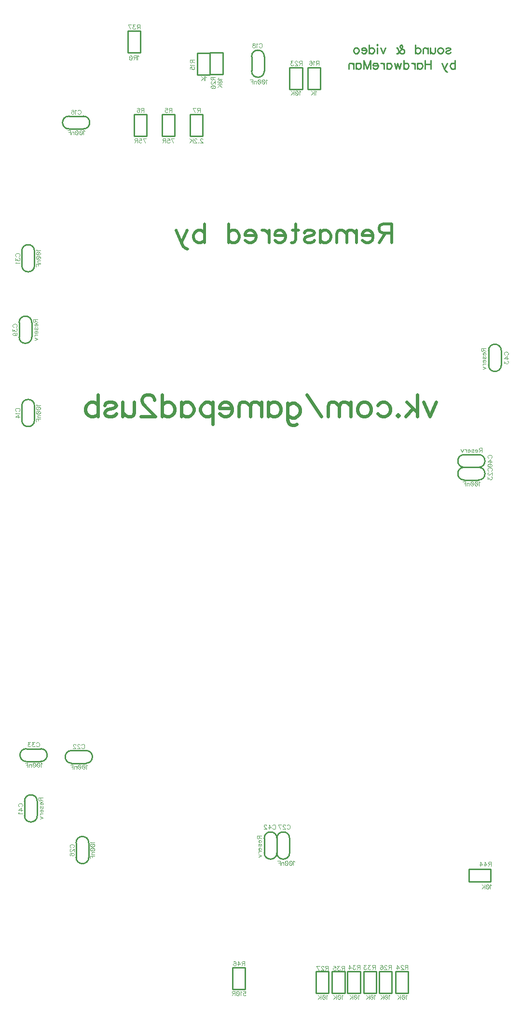
<source format=gbo>
G04 DipTrace 3.3.1.3*
G04 bottom_silk_dendy_junior_MG-02_rev_2.2.gbo*
%MOMM*%
G04 #@! TF.FileFunction,Legend,Bot*
G04 #@! TF.Part,Single*
%ADD10C,0.25*%
%ADD120C,0.11765*%
%ADD122C,0.23529*%
%ADD125C,0.58824*%
%ADD128C,0.5098*%
%FSLAX35Y35*%
G04*
G71*
G90*
G75*
G01*
G04 BotSilk*
%LPD*%
X1714438Y11621233D2*
D10*
Y11367201D1*
X1492188Y11621233D2*
Y11367201D1*
X1714438D2*
G02X1492188Y11367201I-111125J16D01*
G01*
Y11621233D2*
G02X1714438Y11621233I111125J-16D01*
G01*
X2318021Y16702012D2*
X2572053D1*
X2318021Y16479762D2*
X2572053D1*
Y16702012D2*
G02X2572053Y16479762I-16J-111125D01*
G01*
X2318021D2*
G02X2318021Y16702012I16J111125D01*
G01*
X5524862Y17495594D2*
Y17749626D1*
X5747112Y17495594D2*
Y17749626D1*
X5524862D2*
G02X5747112Y17749626I111125J-16D01*
G01*
Y17495594D2*
G02X5524862Y17495594I-111125J16D01*
G01*
X2365651Y5572468D2*
X2619683D1*
X2365651Y5350218D2*
X2619683D1*
Y5572468D2*
G02X2619683Y5350218I-16J-111125D01*
G01*
X2365651D2*
G02X2365651Y5572468I16J111125D01*
G01*
X9509896Y10319355D2*
X9255864D1*
X9509896Y10541605D2*
X9255864D1*
Y10319355D2*
G02X9255864Y10541605I16J111125D01*
G01*
X9509896D2*
G02X9509896Y10319355I-16J-111125D01*
G01*
X2444788Y3699291D2*
Y3953323D1*
X2667038Y3699291D2*
Y3953323D1*
X2444788D2*
G02X2667038Y3953323I111125J-16D01*
G01*
Y3699291D2*
G02X2444788Y3699291I-111125J16D01*
G01*
X5969408Y3778674D2*
Y4032706D1*
X6191658Y3778674D2*
Y4032706D1*
X5969408D2*
G02X6191658Y4032706I111125J-16D01*
G01*
Y3778674D2*
G02X5969408Y3778674I-111125J16D01*
G01*
X1492188Y14082631D2*
Y14336663D1*
X1714438Y14082631D2*
Y14336663D1*
X1492188D2*
G02X1714438Y14336663I111125J-16D01*
G01*
Y14082631D2*
G02X1492188Y14082631I-111125J16D01*
G01*
X1825329Y5381972D2*
X1571297D1*
X1825329Y5604222D2*
X1571297D1*
Y5381972D2*
G02X1571297Y5604222I16J111125D01*
G01*
X1825329D2*
G02X1825329Y5381972I-16J-111125D01*
G01*
X1666808Y13082406D2*
Y12828374D1*
X1444558Y13082406D2*
Y12828374D1*
X1666808D2*
G02X1444558Y12828374I-111125J16D01*
G01*
Y13082406D2*
G02X1666808Y13082406I111125J-16D01*
G01*
X9509636Y10541888D2*
X9255604D1*
X9509636Y10764138D2*
X9255604D1*
Y10541888D2*
G02X9255604Y10764138I16J111125D01*
G01*
X9509636D2*
G02X9509636Y10541888I-16J-111125D01*
G01*
X1539818Y4429617D2*
Y4683649D1*
X1762068Y4429617D2*
Y4683649D1*
X1539818D2*
G02X1762068Y4683649I111125J-16D01*
G01*
Y4429617D2*
G02X1539818Y4429617I-111125J16D01*
G01*
X5747135Y3778674D2*
Y4032706D1*
X5969385Y3778674D2*
Y4032706D1*
X5747135D2*
G02X5969385Y4032706I111125J-16D01*
G01*
Y3778674D2*
G02X5747135Y3778674I-111125J16D01*
G01*
X9906798Y12589709D2*
Y12335677D1*
X9684548Y12589709D2*
Y12335677D1*
X9906798D2*
G02X9684548Y12335677I-111125J16D01*
G01*
Y12589709D2*
G02X9906798Y12589709I111125J-16D01*
G01*
X3953072Y16734017D2*
X4175322D1*
Y16353017D1*
X3953072D1*
Y16734017D1*
X3460895Y16734537D2*
X3683145D1*
Y16353537D1*
X3460895D1*
Y16734537D1*
X4445248Y16734017D2*
X4667498D1*
Y16353017D1*
X4445248D1*
Y16734017D1*
X4794512Y17432110D2*
X4572262D1*
Y17813110D1*
X4794512D1*
Y17432110D1*
X6731465Y17178083D2*
X6509215D1*
Y17559083D1*
X6731465D1*
Y17178083D1*
X4794535Y17813630D2*
X5016785D1*
Y17432630D1*
X4794535D1*
Y17813630D1*
X6191682Y17559603D2*
X6413932D1*
Y17178603D1*
X6191682D1*
Y17559603D1*
X8271502Y1317293D2*
X8049252D1*
Y1698293D1*
X8271502D1*
Y1317293D1*
X7985722D2*
X7763472D1*
Y1698293D1*
X7985722D1*
Y1317293D1*
X6874355Y1317813D2*
X6652105D1*
Y1698813D1*
X6874355D1*
Y1317813D1*
X7715818Y1317293D2*
X7493568D1*
Y1698293D1*
X7715818D1*
Y1317293D1*
X7430038D2*
X7207788D1*
Y1698293D1*
X7430038D1*
Y1317293D1*
X7160135D2*
X6937885D1*
Y1698293D1*
X7160135D1*
Y1317293D1*
X3349758Y18194670D2*
X3572008D1*
Y17813670D1*
X3349758D1*
Y18194670D1*
X9716530Y3492625D2*
X9335530D1*
Y3270375D1*
X9716530D1*
Y3492625D1*
X5413962Y1381060D2*
X5191712D1*
Y1762060D1*
X5413962D1*
Y1381060D1*
X1398790Y11526885D2*
D120*
X1391547Y11530507D1*
X1384218Y11537835D1*
X1380597Y11545079D1*
Y11559651D1*
X1384218Y11566979D1*
X1391547Y11574223D1*
X1398790Y11577929D1*
X1409740Y11581551D1*
X1428018D1*
X1438884Y11577929D1*
X1446212Y11574223D1*
X1453456Y11566979D1*
X1457162Y11559651D1*
Y11545079D1*
X1453456Y11537835D1*
X1446212Y11530507D1*
X1438884Y11526885D1*
X1395253Y11503356D2*
X1391547Y11496028D1*
X1380681Y11485078D1*
X1457162D1*
Y11425077D2*
X1380681D1*
X1431640Y11461548D1*
Y11406883D1*
X1754940Y11645216D2*
X1751233Y11637888D1*
X1740368Y11626938D1*
X1816849D1*
X1740368Y11581509D2*
X1743990Y11592459D1*
X1754940Y11599787D1*
X1773133Y11603409D1*
X1784083D1*
X1802277Y11599787D1*
X1813227Y11592459D1*
X1816849Y11581509D1*
Y11574265D1*
X1813227Y11563315D1*
X1802277Y11556071D1*
X1784083Y11552365D1*
X1773133D1*
X1754940Y11556071D1*
X1743990Y11563315D1*
X1740368Y11574265D1*
Y11581509D1*
X1754940Y11556071D2*
X1802277Y11599787D1*
X1740368Y11506936D2*
X1743990Y11517886D1*
X1754940Y11525214D1*
X1773133Y11528836D1*
X1784083D1*
X1802277Y11525214D1*
X1813227Y11517886D1*
X1816849Y11506936D1*
Y11499692D1*
X1813227Y11488742D1*
X1802277Y11481498D1*
X1784084Y11477792D1*
X1773134D1*
X1754940Y11481498D1*
X1743990Y11488742D1*
X1740368Y11499692D1*
Y11506936D1*
X1754940Y11481498D2*
X1802277Y11525214D1*
X1765805Y11454262D2*
X1816849D1*
X1780377D2*
X1769427Y11443312D1*
X1765805Y11435984D1*
Y11425119D1*
X1769427Y11417791D1*
X1780377Y11414169D1*
X1816849Y11414168D1*
X1740283Y11343217D2*
X1740284Y11390639D1*
X1816849D1*
X1776755D2*
Y11361495D1*
X2474041Y16795410D2*
X2477663Y16802654D1*
X2484991Y16809982D1*
X2492235Y16813604D1*
X2506807D1*
X2514135Y16809982D1*
X2521379Y16802654D1*
X2525085Y16795410D1*
X2528707Y16784460D1*
Y16766182D1*
X2525085Y16755316D1*
X2521379Y16747988D1*
X2514135Y16740744D1*
X2506807Y16737038D1*
X2492235D1*
X2484991Y16740744D1*
X2477663Y16747988D1*
X2474041Y16755316D1*
X2450512Y16798947D2*
X2443184Y16802654D1*
X2432234Y16813519D1*
Y16737038D1*
X2364988Y16802654D2*
X2368610Y16809897D1*
X2379560Y16813519D1*
X2386804D1*
X2397754Y16809897D1*
X2405082Y16798947D1*
X2408704Y16780754D1*
Y16762560D1*
X2405082Y16747988D1*
X2397754Y16740660D1*
X2386804Y16737038D1*
X2383182D1*
X2372316Y16740660D1*
X2364988Y16747988D1*
X2361366Y16758938D1*
Y16762560D1*
X2364988Y16773510D1*
X2372316Y16780754D1*
X2383182Y16784376D1*
X2386804D1*
X2397754Y16780754D1*
X2405082Y16773510D1*
X2408704Y16762560D1*
X2596036Y16439260D2*
X2588708Y16442967D1*
X2577758Y16453832D1*
Y16377351D1*
X2532329Y16453832D2*
X2543279Y16450210D1*
X2550607Y16439260D1*
X2554229Y16421067D1*
Y16410117D1*
X2550607Y16391923D1*
X2543279Y16380973D1*
X2532329Y16377351D1*
X2525085D1*
X2514135Y16380973D1*
X2506891Y16391923D1*
X2503185Y16410117D1*
Y16421067D1*
X2506891Y16439260D1*
X2514135Y16450210D1*
X2525085Y16453832D1*
X2532329D1*
X2506891Y16439260D2*
X2550607Y16391923D1*
X2457756Y16453832D2*
X2468706Y16450210D1*
X2476034Y16439260D1*
X2479656Y16421067D1*
Y16410117D1*
X2476034Y16391923D1*
X2468706Y16380973D1*
X2457756Y16377351D1*
X2450512D1*
X2439562Y16380973D1*
X2432318Y16391923D1*
X2428612Y16410117D1*
Y16421067D1*
X2432318Y16439260D1*
X2439562Y16450210D1*
X2450512Y16453832D1*
X2457756D1*
X2432318Y16439260D2*
X2476034Y16391923D1*
X2405082Y16428395D2*
Y16377351D1*
Y16413823D2*
X2394132Y16424773D1*
X2386804Y16428395D1*
X2375938D1*
X2368610Y16424773D1*
X2364988Y16413823D1*
Y16377351D1*
X2294037Y16453917D2*
X2341459D1*
Y16377351D1*
Y16417445D2*
X2312315D1*
X5655309Y17964626D2*
X5658931Y17971870D1*
X5666259Y17979198D1*
X5673503Y17982820D1*
X5688074D1*
X5695403Y17979198D1*
X5702646Y17971870D1*
X5706353Y17964626D1*
X5709974Y17953676D1*
Y17935398D1*
X5706353Y17924533D1*
X5702646Y17917205D1*
X5695403Y17909961D1*
X5688074Y17906255D1*
X5673503D1*
X5666259Y17909961D1*
X5658931Y17917205D1*
X5655309Y17924533D1*
X5631779Y17968164D2*
X5624451Y17971870D1*
X5613501Y17982736D1*
Y17906255D1*
X5571778Y17982736D2*
X5582644Y17979114D1*
X5586350Y17971870D1*
Y17964542D1*
X5582644Y17957298D1*
X5575400Y17953592D1*
X5560828Y17949970D1*
X5549878Y17946348D1*
X5542634Y17939020D1*
X5539012Y17931776D1*
Y17920826D1*
X5542634Y17913583D1*
X5546256Y17909876D1*
X5557206Y17906255D1*
X5571778D1*
X5582644Y17909876D1*
X5586350Y17913583D1*
X5589972Y17920826D1*
Y17931776D1*
X5586350Y17939020D1*
X5579022Y17946348D1*
X5568156Y17949970D1*
X5553584Y17953592D1*
X5546256Y17957298D1*
X5542634Y17964542D1*
Y17971870D1*
X5546256Y17979114D1*
X5557206Y17982736D1*
X5571778D1*
X5798480Y17333097D2*
X5791152Y17336804D1*
X5780202Y17347669D1*
Y17271188D1*
X5734772Y17347669D2*
X5745722Y17344047D1*
X5753050Y17333097D1*
X5756672Y17314904D1*
Y17303954D1*
X5753050Y17285760D1*
X5745722Y17274810D1*
X5734772Y17271188D1*
X5727528D1*
X5716578Y17274810D1*
X5709334Y17285760D1*
X5705628Y17303954D1*
Y17314904D1*
X5709334Y17333097D1*
X5716578Y17344047D1*
X5727528Y17347669D1*
X5734772D1*
X5709334Y17333097D2*
X5753050Y17285760D1*
X5660199Y17347669D2*
X5671149Y17344047D1*
X5678477Y17333097D1*
X5682099Y17314904D1*
Y17303954D1*
X5678477Y17285760D1*
X5671149Y17274810D1*
X5660199Y17271188D1*
X5652955D1*
X5642005Y17274810D1*
X5634761Y17285760D1*
X5631055Y17303954D1*
Y17314904D1*
X5634761Y17333097D1*
X5642005Y17344047D1*
X5652955Y17347669D1*
X5660199D1*
X5634761Y17333097D2*
X5678477Y17285760D1*
X5607526Y17322232D2*
Y17271188D1*
Y17307660D2*
X5596576Y17318610D1*
X5589248Y17322232D1*
X5578382D1*
X5571054Y17318610D1*
X5567432Y17307660D1*
Y17271188D1*
X5496480Y17347754D2*
X5543902D1*
Y17271188D1*
Y17311282D2*
X5514758D1*
X2539907Y5665866D2*
X2543529Y5673110D1*
X2550857Y5680438D1*
X2558101Y5684060D1*
X2572673D1*
X2580001Y5680438D1*
X2587245Y5673110D1*
X2590951Y5665866D1*
X2594573Y5654916D1*
Y5636638D1*
X2590951Y5625773D1*
X2587245Y5618445D1*
X2580001Y5611201D1*
X2572673Y5607495D1*
X2558101D1*
X2550857Y5611201D1*
X2543529Y5618445D1*
X2539907Y5625773D1*
X2512671Y5665782D2*
Y5669404D1*
X2509050Y5676732D1*
X2505428Y5680354D1*
X2498100Y5683976D1*
X2483528D1*
X2476284Y5680354D1*
X2472662Y5676732D1*
X2468956Y5669404D1*
Y5662160D1*
X2472662Y5654832D1*
X2479906Y5643966D1*
X2516378Y5607495D1*
X2465334D1*
X2438098Y5665782D2*
Y5669404D1*
X2434476Y5676732D1*
X2430854Y5680354D1*
X2423526Y5683976D1*
X2408954D1*
X2401711Y5680354D1*
X2398089Y5676732D1*
X2394382Y5669404D1*
Y5662160D1*
X2398089Y5654832D1*
X2405332Y5643966D1*
X2441804Y5607495D1*
X2390761D1*
X2643666Y5309717D2*
X2636338Y5313423D1*
X2625388Y5324289D1*
Y5247808D1*
X2579959Y5324289D2*
X2590909Y5320667D1*
X2598237Y5309717D1*
X2601859Y5291523D1*
Y5280573D1*
X2598237Y5262379D1*
X2590909Y5251429D1*
X2579959Y5247808D1*
X2572715D1*
X2561765Y5251429D1*
X2554521Y5262379D1*
X2550815Y5280573D1*
Y5291523D1*
X2554521Y5309717D1*
X2561765Y5320667D1*
X2572715Y5324289D1*
X2579959D1*
X2554521Y5309717D2*
X2598237Y5262379D1*
X2505386Y5324289D2*
X2516336Y5320667D1*
X2523664Y5309717D1*
X2527286Y5291523D1*
Y5280573D1*
X2523664Y5262379D1*
X2516336Y5251429D1*
X2505386Y5247808D1*
X2498142D1*
X2487192Y5251429D1*
X2479948Y5262379D1*
X2476242Y5280573D1*
Y5291523D1*
X2479948Y5309717D1*
X2487192Y5320667D1*
X2498142Y5324289D1*
X2505386D1*
X2479948Y5309717D2*
X2523664Y5262379D1*
X2452712Y5298851D2*
Y5247808D1*
Y5284279D2*
X2441762Y5295229D1*
X2434434Y5298851D1*
X2423568D1*
X2416240Y5295229D1*
X2412618Y5284279D1*
Y5247808D1*
X2341667Y5324373D2*
X2389089D1*
Y5247808D1*
Y5287901D2*
X2359945D1*
X9686400Y10477710D2*
X9679157Y10481332D1*
X9671828Y10488660D1*
X9668207Y10495904D1*
Y10510476D1*
X9671828Y10517804D1*
X9679156Y10525048D1*
X9686400Y10528754D1*
X9697350Y10532376D1*
X9715628D1*
X9726494Y10528754D1*
X9733822Y10525048D1*
X9741066Y10517804D1*
X9744772Y10510476D1*
Y10495904D1*
X9741066Y10488660D1*
X9733822Y10481332D1*
X9726494Y10477710D1*
X9686485Y10450475D2*
X9682863D1*
X9675535Y10446853D1*
X9671913Y10443231D1*
X9668291Y10435903D1*
Y10421331D1*
X9671913Y10414087D1*
X9675535Y10410465D1*
X9682863Y10406759D1*
X9690107D1*
X9697435Y10410465D1*
X9708300Y10417709D1*
X9744772Y10454181D1*
Y10403137D1*
X9668291Y10372280D2*
Y10332270D1*
X9697435Y10354086D1*
Y10343136D1*
X9701056Y10335892D1*
X9704678Y10332270D1*
X9715628Y10328564D1*
X9722872D1*
X9733822Y10332270D1*
X9741150Y10339514D1*
X9744772Y10350464D1*
Y10361414D1*
X9741150Y10372280D1*
X9737444Y10375902D1*
X9730200Y10379608D1*
X9533880Y10278854D2*
X9526552Y10282560D1*
X9515602Y10293426D1*
Y10216944D1*
X9470172Y10293426D2*
X9481122Y10289804D1*
X9488450Y10278854D1*
X9492072Y10260660D1*
Y10249710D1*
X9488450Y10231516D1*
X9481122Y10220566D1*
X9470172Y10216944D1*
X9462928D1*
X9451978Y10220566D1*
X9444734Y10231516D1*
X9441028Y10249710D1*
Y10260660D1*
X9444734Y10278854D1*
X9451978Y10289804D1*
X9462928Y10293426D1*
X9470172D1*
X9444734Y10278854D2*
X9488450Y10231516D1*
X9395599Y10293426D2*
X9406549Y10289804D1*
X9413877Y10278854D1*
X9417499Y10260660D1*
Y10249710D1*
X9413877Y10231516D1*
X9406549Y10220566D1*
X9395599Y10216944D1*
X9388355D1*
X9377405Y10220566D1*
X9370161Y10231516D1*
X9366455Y10249710D1*
Y10260660D1*
X9370161Y10278854D1*
X9377405Y10289804D1*
X9388355Y10293426D1*
X9395599D1*
X9370161Y10278854D2*
X9413877Y10231516D1*
X9342926Y10267988D2*
Y10216944D1*
Y10253416D2*
X9331976Y10264366D1*
X9324648Y10267988D1*
X9313782D1*
X9306454Y10264366D1*
X9302832Y10253416D1*
Y10216944D1*
X9231880Y10293510D2*
X9279302D1*
Y10216944D1*
Y10257038D2*
X9250158D1*
X2351390Y3871694D2*
X2344147Y3875316D1*
X2336818Y3882644D1*
X2333197Y3889888D1*
Y3904460D1*
X2336818Y3911788D1*
X2344146Y3919032D1*
X2351390Y3922738D1*
X2362340Y3926360D1*
X2380618D1*
X2391484Y3922738D1*
X2398812Y3919032D1*
X2406056Y3911788D1*
X2409762Y3904460D1*
Y3889888D1*
X2406056Y3882644D1*
X2398812Y3875316D1*
X2391484Y3871694D1*
X2351475Y3844459D2*
X2347853D1*
X2340525Y3840837D1*
X2336903Y3837215D1*
X2333281Y3829887D1*
Y3815315D1*
X2336903Y3808071D1*
X2340525Y3804449D1*
X2347853Y3800743D1*
X2355097D1*
X2362425Y3804449D1*
X2373290Y3811693D1*
X2409762Y3848165D1*
Y3797121D1*
X2344146Y3729876D2*
X2336903Y3733498D1*
X2333281Y3744448D1*
Y3751692D1*
X2336903Y3762642D1*
X2347853Y3769970D1*
X2366047Y3773592D1*
X2384240Y3773591D1*
X2398812Y3769970D1*
X2406140Y3762641D1*
X2409762Y3751691D1*
Y3748070D1*
X2406140Y3737204D1*
X2398812Y3729876D1*
X2387862Y3726254D1*
X2384240D1*
X2373290Y3729876D1*
X2366046Y3737204D1*
X2362425Y3748070D1*
Y3751692D1*
X2366046Y3762642D1*
X2373290Y3769970D1*
X2384240Y3773591D1*
X2707540Y3977306D2*
X2703833Y3969978D1*
X2692968Y3959028D1*
X2769449D1*
X2692968Y3913599D2*
X2696590Y3924549D1*
X2707540Y3931877D1*
X2725733Y3935499D1*
X2736683D1*
X2754877Y3931877D1*
X2765827Y3924549D1*
X2769449Y3913599D1*
Y3906355D1*
X2765827Y3895405D1*
X2754877Y3888161D1*
X2736683Y3884455D1*
X2725733D1*
X2707540Y3888161D1*
X2696590Y3895405D1*
X2692968Y3906355D1*
Y3913599D1*
X2707540Y3888161D2*
X2754877Y3931877D1*
X2692968Y3839026D2*
X2696590Y3849976D1*
X2707540Y3857304D1*
X2725733Y3860926D1*
X2736683D1*
X2754877Y3857304D1*
X2765827Y3849976D1*
X2769449Y3839026D1*
Y3831782D1*
X2765827Y3820832D1*
X2754877Y3813588D1*
X2736684Y3809882D1*
X2725734D1*
X2707540Y3813588D1*
X2696590Y3820832D1*
X2692968Y3831782D1*
Y3839026D1*
X2707540Y3813588D2*
X2754877Y3857304D1*
X2718405Y3786352D2*
X2769449D1*
X2732977D2*
X2722027Y3775402D1*
X2718405Y3768074D1*
Y3757209D1*
X2722027Y3749881D1*
X2732977Y3746259D1*
X2769449Y3746258D1*
X2692883Y3675307D2*
X2692884Y3722729D1*
X2769449D1*
X2729355D2*
Y3693585D1*
X6143660Y4253113D2*
X6147282Y4260357D1*
X6154610Y4267685D1*
X6161854Y4271307D1*
X6176426D1*
X6183754Y4267685D1*
X6190998Y4260357D1*
X6194704Y4253113D1*
X6198326Y4242163D1*
Y4223885D1*
X6194704Y4213019D1*
X6190998Y4205691D1*
X6183754Y4198447D1*
X6176426Y4194741D1*
X6161854D1*
X6154610Y4198447D1*
X6147282Y4205691D1*
X6143660Y4213019D1*
X6116425Y4253029D2*
Y4256651D1*
X6112803Y4263979D1*
X6109181Y4267601D1*
X6101853Y4271223D1*
X6087281D1*
X6080037Y4267601D1*
X6076415Y4263979D1*
X6072709Y4256651D1*
Y4249407D1*
X6076415Y4242079D1*
X6083659Y4231213D1*
X6120131Y4194741D1*
X6069087D1*
X6030986D2*
X5994514Y4271223D1*
X6045558D1*
X6279153Y3621584D2*
X6271825Y3625290D1*
X6260875Y3636156D1*
Y3559675D1*
X6215445Y3636156D2*
X6226395Y3632534D1*
X6233724Y3621584D1*
X6237345Y3603390D1*
Y3592440D1*
X6233724Y3574246D1*
X6226395Y3563296D1*
X6215445Y3559675D1*
X6208202D1*
X6197252Y3563296D1*
X6190008Y3574246D1*
X6186302Y3592440D1*
Y3603390D1*
X6190008Y3621584D1*
X6197252Y3632534D1*
X6208202Y3636156D1*
X6215445D1*
X6190008Y3621584D2*
X6233724Y3574246D1*
X6140872Y3636156D2*
X6151822Y3632534D1*
X6159150Y3621584D1*
X6162772Y3603390D1*
Y3592440D1*
X6159150Y3574246D1*
X6151822Y3563296D1*
X6140872Y3559675D1*
X6133628D1*
X6122678Y3563296D1*
X6115434Y3574246D1*
X6111728Y3592440D1*
Y3603390D1*
X6115434Y3621584D1*
X6122678Y3632534D1*
X6133628Y3636156D1*
X6140872D1*
X6115434Y3621584D2*
X6159150Y3574246D1*
X6088199Y3610718D2*
Y3559675D1*
Y3596146D2*
X6077249Y3607096D1*
X6069921Y3610718D1*
X6059055D1*
X6051727Y3607096D1*
X6048105Y3596146D1*
Y3559675D1*
X5977154Y3636240D2*
X6024576D1*
Y3559675D1*
Y3599768D2*
X5995432D1*
X1398790Y14240504D2*
X1391547Y14244126D1*
X1384218Y14251454D1*
X1380597Y14258698D1*
Y14273270D1*
X1384218Y14280598D1*
X1391547Y14287842D1*
X1398790Y14291548D1*
X1409740Y14295170D1*
X1428018D1*
X1438884Y14291548D1*
X1446212Y14287842D1*
X1453456Y14280598D1*
X1457162Y14273270D1*
Y14258698D1*
X1453456Y14251454D1*
X1446212Y14244126D1*
X1438884Y14240504D1*
X1380681Y14209647D2*
Y14169637D1*
X1409825Y14191453D1*
Y14180503D1*
X1413447Y14173259D1*
X1417068Y14169637D1*
X1428018Y14165931D1*
X1435262D1*
X1446212Y14169637D1*
X1453540Y14176881D1*
X1457162Y14187831D1*
Y14198781D1*
X1453540Y14209647D1*
X1449834Y14213269D1*
X1442590Y14216975D1*
X1395253Y14142402D2*
X1391546Y14135074D1*
X1380681Y14124124D1*
X1457162D1*
X1754940Y14360646D2*
X1751233Y14353318D1*
X1740368Y14342368D1*
X1816849D1*
X1740368Y14296939D2*
X1743990Y14307889D1*
X1754940Y14315217D1*
X1773133Y14318839D1*
X1784083D1*
X1802277Y14315217D1*
X1813227Y14307889D1*
X1816849Y14296939D1*
Y14289695D1*
X1813227Y14278745D1*
X1802277Y14271501D1*
X1784083Y14267795D1*
X1773133D1*
X1754940Y14271501D1*
X1743990Y14278745D1*
X1740368Y14289695D1*
Y14296939D1*
X1754940Y14271501D2*
X1802277Y14315217D1*
X1740368Y14222366D2*
X1743990Y14233316D1*
X1754940Y14240644D1*
X1773133Y14244266D1*
X1784083D1*
X1802277Y14240644D1*
X1813227Y14233316D1*
X1816849Y14222366D1*
Y14215122D1*
X1813227Y14204172D1*
X1802277Y14196928D1*
X1784084Y14193222D1*
X1773134D1*
X1754940Y14196928D1*
X1743990Y14204172D1*
X1740368Y14215122D1*
Y14222366D1*
X1754940Y14196928D2*
X1802277Y14240644D1*
X1765805Y14169692D2*
X1816849D1*
X1780377D2*
X1769427Y14158742D1*
X1765805Y14151414D1*
Y14140549D1*
X1769427Y14133221D1*
X1780377Y14129599D1*
X1816849Y14129598D1*
X1740283Y14058647D2*
X1740284Y14106069D1*
X1816849D1*
X1776755D2*
Y14076925D1*
X1745554Y5697620D2*
X1749176Y5704864D1*
X1756504Y5712192D1*
X1763748Y5715814D1*
X1778319D1*
X1785648Y5712192D1*
X1792891Y5704864D1*
X1796598Y5697620D1*
X1800219Y5686670D1*
Y5668392D1*
X1796598Y5657526D1*
X1792891Y5650198D1*
X1785648Y5642954D1*
X1778319Y5639248D1*
X1763748D1*
X1756504Y5642954D1*
X1749176Y5650198D1*
X1745554Y5657526D1*
X1714696Y5715729D2*
X1674687D1*
X1696502Y5686586D1*
X1685552D1*
X1678309Y5682964D1*
X1674687Y5679342D1*
X1670980Y5668392D1*
Y5661148D1*
X1674687Y5650198D1*
X1681930Y5642870D1*
X1692880Y5639248D1*
X1703830D1*
X1714696Y5642870D1*
X1718318Y5646576D1*
X1722024Y5653820D1*
X1640123Y5715729D2*
X1600113D1*
X1621929Y5686586D1*
X1610979D1*
X1603735Y5682964D1*
X1600113Y5679342D1*
X1596407Y5668392D1*
Y5661148D1*
X1600113Y5650198D1*
X1607357Y5642870D1*
X1618307Y5639248D1*
X1629257D1*
X1640123Y5642870D1*
X1643745Y5646576D1*
X1647451Y5653820D1*
X1849313Y5341470D2*
X1841985Y5345177D1*
X1831035Y5356042D1*
Y5279561D1*
X1785605Y5356042D2*
X1796555Y5352420D1*
X1803884Y5341470D1*
X1807505Y5323277D1*
Y5312327D1*
X1803884Y5294133D1*
X1796555Y5283183D1*
X1785605Y5279561D1*
X1778362D1*
X1767412Y5283183D1*
X1760168Y5294133D1*
X1756462Y5312327D1*
Y5323277D1*
X1760168Y5341470D1*
X1767412Y5352420D1*
X1778362Y5356042D1*
X1785605D1*
X1760168Y5341470D2*
X1803884Y5294133D1*
X1711032Y5356042D2*
X1721982Y5352420D1*
X1729310Y5341470D1*
X1732932Y5323277D1*
Y5312327D1*
X1729310Y5294133D1*
X1721982Y5283183D1*
X1711032Y5279561D1*
X1703788D1*
X1692838Y5283183D1*
X1685594Y5294133D1*
X1681888Y5312327D1*
Y5323277D1*
X1685594Y5341470D1*
X1692838Y5352420D1*
X1703788Y5356042D1*
X1711032D1*
X1685594Y5341470D2*
X1729310Y5294133D1*
X1658359Y5330605D2*
Y5279561D1*
Y5316033D2*
X1647409Y5326983D1*
X1640081Y5330605D1*
X1629215D1*
X1621887Y5326983D1*
X1618265Y5316033D1*
Y5279561D1*
X1547314Y5356127D2*
X1594736D1*
Y5279561D1*
Y5319655D2*
X1565592D1*
X1351160Y13000820D2*
X1343917Y13004441D1*
X1336588Y13011770D1*
X1332967Y13019013D1*
Y13033585D1*
X1336588Y13040913D1*
X1343916Y13048157D1*
X1351160Y13051863D1*
X1362110Y13055485D1*
X1380388D1*
X1391254Y13051863D1*
X1398582Y13048157D1*
X1405826Y13040913D1*
X1409532Y13033585D1*
Y13019013D1*
X1405826Y13011769D1*
X1398582Y13004441D1*
X1391254Y13000819D1*
X1333051Y12969962D2*
Y12929953D1*
X1362195Y12951768D1*
Y12940818D1*
X1365817Y12933574D1*
X1369438Y12929952D1*
X1380388Y12926246D1*
X1387632D1*
X1398582Y12929952D1*
X1405910Y12937196D1*
X1409532Y12948146D1*
Y12959096D1*
X1405910Y12969962D1*
X1402204Y12973584D1*
X1394960Y12977290D1*
X1358488Y12855295D2*
X1369438Y12859001D1*
X1376766Y12866245D1*
X1380388Y12877195D1*
Y12880817D1*
X1376767Y12891767D1*
X1369438Y12899011D1*
X1358488Y12902717D1*
X1354867D1*
X1343916Y12899011D1*
X1336673Y12891767D1*
X1333051Y12880817D1*
Y12877195D1*
X1336673Y12866245D1*
X1343916Y12859001D1*
X1358488Y12855295D1*
X1376766D1*
X1394960Y12859001D1*
X1405910Y12866245D1*
X1409532Y12877195D1*
Y12884439D1*
X1405910Y12895389D1*
X1398582Y12899011D1*
X1729125Y13139970D2*
Y13107204D1*
X1725419Y13096254D1*
X1721797Y13092548D1*
X1714553Y13088926D1*
X1707225D1*
X1699982Y13092548D1*
X1696275Y13096254D1*
X1692653Y13107204D1*
Y13139970D1*
X1769219D1*
X1729125Y13114448D2*
X1769219Y13088926D1*
X1740075Y13065397D2*
Y13021681D1*
X1732747D1*
X1725419Y13025303D1*
X1721797Y13028925D1*
X1718175Y13036253D1*
Y13047203D1*
X1721797Y13054447D1*
X1729125Y13061775D1*
X1740075Y13065397D1*
X1747319D1*
X1758269Y13061775D1*
X1765513Y13054447D1*
X1769219Y13047203D1*
Y13036253D1*
X1765513Y13028925D1*
X1758269Y13021681D1*
X1729125Y12958058D2*
X1721797Y12961680D1*
X1718175Y12972630D1*
Y12983580D1*
X1721797Y12994530D1*
X1729125Y12998152D1*
X1736369Y12994530D1*
X1740075Y12987202D1*
X1743697Y12969008D1*
X1747319Y12961680D1*
X1754647Y12958058D1*
X1758269D1*
X1765513Y12961680D1*
X1769219Y12972630D1*
Y12983580D1*
X1765513Y12994530D1*
X1758269Y12998152D1*
X1740075Y12934528D2*
Y12890813D1*
X1732747D1*
X1725419Y12894435D1*
X1721797Y12898057D1*
X1718175Y12905385D1*
Y12916335D1*
X1721797Y12923578D1*
X1729125Y12930907D1*
X1740075Y12934528D1*
X1747319D1*
X1758269Y12930906D1*
X1765513Y12923578D1*
X1769219Y12916335D1*
Y12905385D1*
X1765513Y12898056D1*
X1758269Y12890813D1*
X1718175Y12867283D2*
X1769219D1*
X1740075D2*
X1729125Y12863577D1*
X1721797Y12856333D1*
X1718175Y12849005D1*
Y12838055D1*
Y12814526D2*
X1769219Y12792626D1*
X1718175Y12770810D1*
X9686137Y10702055D2*
X9678893Y10705677D1*
X9671565Y10713005D1*
X9667943Y10720249D1*
Y10734821D1*
X9671565Y10742149D1*
X9678893Y10749392D1*
X9686137Y10753099D1*
X9697087Y10756720D1*
X9715365D1*
X9726231Y10753099D1*
X9733559Y10749392D1*
X9740803Y10742149D1*
X9744509Y10734820D1*
Y10720249D1*
X9740803Y10713005D1*
X9733559Y10705677D1*
X9726231Y10702055D1*
X9744509Y10642053D2*
X9668027Y10642054D1*
X9718987Y10678525D1*
Y10623860D1*
X9668027Y10578430D2*
X9671649Y10589380D1*
X9682599Y10596708D1*
X9700793Y10600330D1*
X9711743D1*
X9729937Y10596708D1*
X9740887Y10589380D1*
X9744509Y10578430D1*
Y10571186D1*
X9740887Y10560237D1*
X9729937Y10552993D1*
X9711743Y10549287D1*
X9700793D1*
X9682599Y10552993D1*
X9671649Y10560237D1*
X9668027Y10571187D1*
Y10578430D1*
X9682599Y10552993D2*
X9729937Y10596708D1*
X9567200Y10844735D2*
X9534434D1*
X9523484Y10848441D1*
X9519778Y10852063D1*
X9516156Y10859307D1*
Y10866635D1*
X9519778Y10873879D1*
X9523484Y10877585D1*
X9534434Y10881207D1*
X9567200D1*
Y10804641D1*
X9541678Y10844735D2*
X9516156Y10804641D1*
X9492627Y10833785D2*
X9448911D1*
Y10841113D1*
X9452533Y10848441D1*
X9456155Y10852063D1*
X9463483Y10855685D1*
X9474433D1*
X9481677Y10852063D1*
X9489005Y10844735D1*
X9492627Y10833785D1*
Y10826541D1*
X9489005Y10815591D1*
X9481677Y10808347D1*
X9474433Y10804641D1*
X9463483D1*
X9456155Y10808347D1*
X9448911Y10815591D1*
X9385288Y10844735D2*
X9388910Y10852063D1*
X9399860Y10855685D1*
X9410810D1*
X9421760Y10852063D1*
X9425382Y10844735D1*
X9421760Y10837491D1*
X9414432Y10833785D1*
X9396238Y10830163D1*
X9388910Y10826541D1*
X9385288Y10819213D1*
Y10815591D1*
X9388910Y10808347D1*
X9399860Y10804641D1*
X9410810D1*
X9421760Y10808347D1*
X9425382Y10815591D1*
X9361758Y10833785D2*
X9318043D1*
Y10841113D1*
X9321665Y10848441D1*
X9325286Y10852063D1*
X9332615Y10855685D1*
X9343565D1*
X9350808Y10852063D1*
X9358136Y10844735D1*
X9361758Y10833785D1*
Y10826541D1*
X9358136Y10815591D1*
X9350808Y10808347D1*
X9343565Y10804641D1*
X9332615D1*
X9325286Y10808347D1*
X9318043Y10815591D1*
X9294513Y10855685D2*
Y10804641D1*
Y10833785D2*
X9290807Y10844735D1*
X9283563Y10852063D1*
X9276235Y10855685D1*
X9265285D1*
X9241756D2*
X9219856Y10804641D1*
X9198040Y10855685D1*
X1446420Y4589302D2*
X1439177Y4592924D1*
X1431848Y4600252D1*
X1428227Y4607496D1*
Y4622068D1*
X1431848Y4629396D1*
X1439177Y4636640D1*
X1446420Y4640346D1*
X1457370Y4643968D1*
X1475648D1*
X1486514Y4640346D1*
X1493842Y4636639D1*
X1501086Y4629396D1*
X1504792Y4622068D1*
Y4607496D1*
X1501086Y4600252D1*
X1493842Y4592924D1*
X1486514Y4589302D1*
X1504792Y4529301D2*
X1428311D1*
X1479270Y4565772D1*
Y4511107D1*
X1442883Y4487578D2*
X1439176Y4480249D1*
X1428311Y4469299D1*
X1504792D1*
X1824385Y4741213D2*
Y4708448D1*
X1820679Y4697498D1*
X1817057Y4693791D1*
X1809813Y4690170D1*
X1802485D1*
X1795242Y4693792D1*
X1791535Y4697498D1*
X1787913Y4708448D1*
Y4741213D1*
X1864479D1*
X1824385Y4715691D2*
X1864479Y4690170D1*
X1835335Y4666640D2*
Y4622924D1*
X1828007D1*
X1820679Y4626546D1*
X1817057Y4630168D1*
X1813435Y4637496D1*
Y4648446D1*
X1817057Y4655690D1*
X1824385Y4663018D1*
X1835335Y4666640D1*
X1842579D1*
X1853529Y4663018D1*
X1860773Y4655690D1*
X1864479Y4648446D1*
Y4637496D1*
X1860773Y4630168D1*
X1853529Y4622924D1*
X1824385Y4559301D2*
X1817057Y4562923D1*
X1813435Y4573873D1*
Y4584823D1*
X1817057Y4595773D1*
X1824385Y4599395D1*
X1831629Y4595773D1*
X1835335Y4588445D1*
X1838957Y4570251D1*
X1842579Y4562923D1*
X1849907Y4559301D1*
X1853529D1*
X1860773Y4562923D1*
X1864479Y4573873D1*
Y4584823D1*
X1860773Y4595773D1*
X1853529Y4599395D1*
X1835335Y4535772D2*
Y4492056D1*
X1828007D1*
X1820679Y4495678D1*
X1817057Y4499300D1*
X1813435Y4506628D1*
Y4517578D1*
X1817057Y4524822D1*
X1824385Y4532150D1*
X1835335Y4535772D1*
X1842579D1*
X1853529Y4532150D1*
X1860773Y4524822D1*
X1864479Y4517578D1*
Y4506628D1*
X1860773Y4499300D1*
X1853529Y4492056D1*
X1813435Y4468527D2*
X1864479D1*
X1835335D2*
X1824385Y4464820D1*
X1817057Y4457577D1*
X1813435Y4450249D1*
Y4439299D1*
Y4415769D2*
X1864479Y4393869D1*
X1813435Y4372054D1*
X5891445Y4253113D2*
X5895067Y4260357D1*
X5902395Y4267685D1*
X5909639Y4271307D1*
X5924210D1*
X5931539Y4267685D1*
X5938782Y4260357D1*
X5942489Y4253113D1*
X5946110Y4242163D1*
Y4223885D1*
X5942489Y4213019D1*
X5938782Y4205691D1*
X5931539Y4198447D1*
X5924210Y4194741D1*
X5909639D1*
X5902395Y4198447D1*
X5895067Y4205691D1*
X5891445Y4213019D1*
X5831443Y4194741D2*
Y4271223D1*
X5867915Y4220263D1*
X5813249D1*
X5786014Y4253029D2*
Y4256651D1*
X5782392Y4263979D1*
X5778770Y4267601D1*
X5771442Y4271223D1*
X5756870D1*
X5749626Y4267601D1*
X5746004Y4263979D1*
X5742298Y4256651D1*
Y4249407D1*
X5746004Y4242079D1*
X5753248Y4231213D1*
X5789720Y4194741D1*
X5738676D1*
X5656115Y4074393D2*
Y4041628D1*
X5652409Y4030678D1*
X5648787Y4026971D1*
X5641543Y4023350D1*
X5634215D1*
X5626971Y4026972D1*
X5623265Y4030678D1*
X5619643Y4041628D1*
Y4074393D1*
X5696209D1*
X5656115Y4048871D2*
X5696209Y4023350D1*
X5667065Y3999820D2*
Y3956104D1*
X5659737D1*
X5652409Y3959726D1*
X5648787Y3963348D1*
X5645165Y3970676D1*
Y3981626D1*
X5648787Y3988870D1*
X5656115Y3996198D1*
X5667065Y3999820D1*
X5674309D1*
X5685259Y3996198D1*
X5692503Y3988870D1*
X5696209Y3981626D1*
Y3970676D1*
X5692503Y3963348D1*
X5685259Y3956104D1*
X5656115Y3892481D2*
X5648787Y3896103D1*
X5645165Y3907053D1*
Y3918003D1*
X5648787Y3928953D1*
X5656115Y3932575D1*
X5663359Y3928953D1*
X5667065Y3921625D1*
X5670687Y3903431D1*
X5674309Y3896103D1*
X5681637Y3892481D1*
X5685259D1*
X5692503Y3896103D1*
X5696209Y3907053D1*
Y3918003D1*
X5692503Y3928953D1*
X5685259Y3932575D1*
X5667065Y3868952D2*
Y3825236D1*
X5659737D1*
X5652409Y3828858D1*
X5648787Y3832480D1*
X5645165Y3839808D1*
Y3850758D1*
X5648787Y3858002D1*
X5656115Y3865330D1*
X5667065Y3868952D1*
X5674309D1*
X5685259Y3865330D1*
X5692503Y3858002D1*
X5696209Y3850758D1*
Y3839808D1*
X5692503Y3832480D1*
X5685259Y3825236D1*
X5645165Y3801707D2*
X5696209D1*
X5667065D2*
X5656115Y3798000D1*
X5648787Y3790757D1*
X5645165Y3783429D1*
Y3772479D1*
Y3748949D2*
X5696209Y3727049D1*
X5645165Y3705234D1*
X9972164Y12511735D2*
X9964920Y12515357D1*
X9957592Y12522685D1*
X9953970Y12529929D1*
Y12544501D1*
X9957592Y12551829D1*
X9964920Y12559072D1*
X9972164Y12562779D1*
X9983114Y12566400D1*
X10001392D1*
X10012257Y12562779D1*
X10019586Y12559072D1*
X10026829Y12551829D1*
X10030536Y12544500D1*
Y12529929D1*
X10026829Y12522685D1*
X10019586Y12515357D1*
X10012257Y12511735D1*
X10030536Y12451733D2*
X9954054Y12451734D1*
X10005014Y12488205D1*
Y12433540D1*
X9954054Y12402682D2*
Y12362673D1*
X9983198Y12384488D1*
Y12373538D1*
X9986820Y12366295D1*
X9990442Y12362673D1*
X10001392Y12358967D1*
X10008635D1*
X10019585Y12362673D1*
X10026914Y12369917D1*
X10030536Y12380866D1*
Y12391816D1*
X10026914Y12402682D1*
X10023208Y12406304D1*
X10015964Y12410010D1*
X9593542Y12631423D2*
Y12598658D1*
X9589836Y12587708D1*
X9586214Y12584001D1*
X9578970Y12580380D1*
X9571642D1*
X9564398Y12584002D1*
X9560692Y12587708D1*
X9557070Y12598658D1*
Y12631423D1*
X9633635D1*
X9593542Y12605901D2*
X9633635Y12580380D1*
X9604492Y12556850D2*
Y12513134D1*
X9597164D1*
X9589836Y12516756D1*
X9586214Y12520378D1*
X9582592Y12527706D1*
Y12538656D1*
X9586214Y12545900D1*
X9593542Y12553228D1*
X9604492Y12556850D1*
X9611736D1*
X9622686Y12553228D1*
X9629929Y12545900D1*
X9633636Y12538656D1*
Y12527706D1*
X9629929Y12520378D1*
X9622686Y12513134D1*
X9593542Y12449511D2*
X9586214Y12453133D1*
X9582592Y12464083D1*
Y12475033D1*
X9586214Y12485983D1*
X9593542Y12489605D1*
X9600786Y12485983D1*
X9604492Y12478655D1*
X9608114Y12460461D1*
X9611736Y12453133D1*
X9619064Y12449511D1*
X9622686D1*
X9629929Y12453133D1*
X9633636Y12464083D1*
Y12475033D1*
X9629929Y12485983D1*
X9622686Y12489605D1*
X9604492Y12425982D2*
Y12382266D1*
X9597164D1*
X9589836Y12385888D1*
X9586214Y12389510D1*
X9582592Y12396838D1*
Y12407788D1*
X9586214Y12415032D1*
X9593542Y12422360D1*
X9604492Y12425982D1*
X9611736D1*
X9622686Y12422360D1*
X9629929Y12415032D1*
X9633636Y12407788D1*
Y12396838D1*
X9629929Y12389510D1*
X9622686Y12382266D1*
X9582592Y12358737D2*
X9633636D1*
X9604492D2*
X9593542Y12355030D1*
X9586214Y12347787D1*
X9582592Y12340459D1*
Y12329509D1*
Y12305979D2*
X9633636Y12284079D1*
X9582592Y12262264D1*
X4127005Y16809137D2*
X4094239D1*
X4083289Y16812843D1*
X4079583Y16816465D1*
X4075961Y16823709D1*
Y16831037D1*
X4079583Y16838281D1*
X4083289Y16841987D1*
X4094239Y16845609D1*
X4127005D1*
Y16769043D1*
X4101483Y16809137D2*
X4075961Y16769043D1*
X4008716Y16845524D2*
X4045104D1*
X4048726Y16812759D1*
X4045104Y16816381D1*
X4034154Y16820087D1*
X4023288D1*
X4012338Y16816381D1*
X4005010Y16809137D1*
X4001388Y16798187D1*
Y16790943D1*
X4005010Y16779993D1*
X4012338Y16772665D1*
X4023288Y16769043D1*
X4034154D1*
X4045104Y16772665D1*
X4048726Y16776371D1*
X4052432Y16783615D1*
X4149720Y16234729D2*
X4113248Y16311211D1*
X4164292D1*
X4046003D2*
X4082391D1*
X4086012Y16278445D1*
X4082391Y16282067D1*
X4071441Y16285773D1*
X4060575D1*
X4049625Y16282067D1*
X4042297Y16274823D1*
X4038675Y16263873D1*
Y16256629D1*
X4042297Y16245679D1*
X4049625Y16238351D1*
X4060575Y16234729D1*
X4071441D1*
X4082391Y16238351D1*
X4086012Y16242057D1*
X4089719Y16249301D1*
X4015145Y16274823D2*
X3982380D1*
X3971430Y16278529D1*
X3967723Y16282151D1*
X3964101Y16289395D1*
Y16296723D1*
X3967723Y16303967D1*
X3971430Y16307673D1*
X3982380Y16311295D1*
X4015145D1*
Y16234729D1*
X3989623Y16274823D2*
X3964101Y16234729D1*
X3632975Y16809657D2*
X3600210D1*
X3589260Y16813363D1*
X3585554Y16816985D1*
X3581932Y16824229D1*
Y16831557D1*
X3585554Y16838801D1*
X3589260Y16842507D1*
X3600210Y16846129D1*
X3632975D1*
Y16769563D1*
X3607454Y16809657D2*
X3581932Y16769563D1*
X3514686Y16835179D2*
X3518308Y16842422D1*
X3529258Y16846044D1*
X3536502D1*
X3547452Y16842422D1*
X3554780Y16831472D1*
X3558402Y16813279D1*
Y16795085D1*
X3554780Y16780513D1*
X3547452Y16773185D1*
X3536502Y16769563D1*
X3532880D1*
X3522015Y16773185D1*
X3514686Y16780513D1*
X3511065Y16791463D1*
Y16795085D1*
X3514686Y16806035D1*
X3522015Y16813279D1*
X3532880Y16816901D1*
X3536502D1*
X3547452Y16813279D1*
X3554780Y16806035D1*
X3558402Y16795085D1*
X3657543Y16235249D2*
X3621071Y16311731D1*
X3672115D1*
X3553826D2*
X3590214D1*
X3593836Y16278965D1*
X3590214Y16282587D1*
X3579264Y16286293D1*
X3568398D1*
X3557448Y16282587D1*
X3550120Y16275343D1*
X3546498Y16264393D1*
Y16257149D1*
X3550120Y16246199D1*
X3557448Y16238871D1*
X3568398Y16235249D1*
X3579264D1*
X3590214Y16238871D1*
X3593836Y16242577D1*
X3597542Y16249821D1*
X3522969Y16275343D2*
X3490203D1*
X3479253Y16279049D1*
X3475547Y16282671D1*
X3471925Y16289915D1*
Y16297243D1*
X3475547Y16304487D1*
X3479253Y16308193D1*
X3490203Y16311815D1*
X3522969D1*
Y16235249D1*
X3497447Y16275343D2*
X3471925Y16235249D1*
X4619182Y16809137D2*
X4586416D1*
X4575466Y16812843D1*
X4571760Y16816465D1*
X4568138Y16823709D1*
Y16831037D1*
X4571760Y16838281D1*
X4575466Y16841987D1*
X4586416Y16845609D1*
X4619182D1*
Y16769043D1*
X4593660Y16809137D2*
X4568138Y16769043D1*
X4530037D2*
X4493565Y16845524D1*
X4544609D1*
X4668231Y16293037D2*
Y16296659D1*
X4664609Y16303987D1*
X4660987Y16307609D1*
X4653659Y16311231D1*
X4639087D1*
X4631843Y16307609D1*
X4628221Y16303987D1*
X4624515Y16296659D1*
Y16289415D1*
X4628221Y16282087D1*
X4635465Y16271221D1*
X4671937Y16234749D1*
X4620893D1*
X4593742Y16242077D2*
X4597364Y16238371D1*
X4593742Y16234749D1*
X4590036Y16238371D1*
X4593742Y16242077D1*
X4562800Y16293037D2*
Y16296659D1*
X4559178Y16303987D1*
X4555557Y16307609D1*
X4548228Y16311231D1*
X4533657D1*
X4526413Y16307609D1*
X4522791Y16303987D1*
X4519085Y16296659D1*
Y16289415D1*
X4522791Y16282087D1*
X4530035Y16271221D1*
X4566507Y16234749D1*
X4515463D1*
X4491933Y16311315D2*
Y16234749D1*
X4440889Y16311315D2*
X4491933Y16260271D1*
X4473739Y16278549D2*
X4440889Y16234749D1*
X4481265Y17690446D2*
Y17657680D1*
X4477559Y17646730D1*
X4473937Y17643024D1*
X4466693Y17639402D1*
X4459365D1*
X4452121Y17643024D1*
X4448415Y17646730D1*
X4444793Y17657680D1*
Y17690446D1*
X4521359D1*
X4481265Y17664924D2*
X4521359Y17639402D1*
X4459449Y17615873D2*
X4455743Y17608544D1*
X4444877Y17597595D1*
X4521359Y17597594D1*
X4444877Y17530349D2*
Y17566737D1*
X4477643Y17570359D1*
X4474021Y17566737D1*
X4470315Y17555787D1*
Y17544921D1*
X4474021Y17533971D1*
X4481265Y17526643D1*
X4492215Y17523021D1*
X4499459D1*
X4510409Y17526643D1*
X4517737Y17533971D1*
X4521359Y17544921D1*
Y17555787D1*
X4517737Y17566737D1*
X4514031Y17570359D1*
X4506787Y17574065D1*
X4729799Y17386136D2*
X4722471Y17389842D1*
X4711521Y17400708D1*
Y17324226D1*
X4687992Y17400792D2*
Y17324226D1*
X4636948Y17400792D2*
X4687992Y17349748D1*
X4669798Y17368026D2*
X4636948Y17324226D1*
X6702209Y17634223D2*
X6669443D1*
X6658493Y17637930D1*
X6654787Y17641551D1*
X6651165Y17648795D1*
Y17656123D1*
X6654787Y17663367D1*
X6658493Y17667073D1*
X6669443Y17670695D1*
X6702209D1*
Y17594130D1*
X6676687Y17634223D2*
X6651165Y17594130D1*
X6627636Y17656039D2*
X6620308Y17659745D1*
X6609358Y17670611D1*
Y17594130D1*
X6542113Y17659745D2*
X6545735Y17666989D1*
X6556685Y17670611D1*
X6563928D1*
X6574878Y17666989D1*
X6582207Y17656039D1*
X6585828Y17637845D1*
Y17619651D1*
X6582207Y17605080D1*
X6574878Y17597751D1*
X6563928Y17594130D1*
X6560307D1*
X6549441Y17597751D1*
X6542113Y17605080D1*
X6538491Y17616030D1*
Y17619651D1*
X6542113Y17630601D1*
X6549441Y17637845D1*
X6560307Y17641467D1*
X6563928D1*
X6574878Y17637845D1*
X6582207Y17630601D1*
X6585828Y17619651D1*
X6666746Y17132116D2*
X6659418Y17135822D1*
X6648468Y17146688D1*
Y17070206D1*
X6624938Y17146772D2*
Y17070206D1*
X6573894Y17146772D2*
X6624938Y17095728D1*
X6606744Y17114006D2*
X6573894Y17070206D1*
X4846428Y17389815D2*
Y17357049D1*
X4842722Y17346099D1*
X4839100Y17342393D1*
X4831857Y17338771D1*
X4824528D1*
X4817285Y17342393D1*
X4813578Y17346100D1*
X4809957Y17357050D1*
Y17389815D1*
X4886522D1*
X4846428Y17364293D2*
X4886522Y17338771D1*
X4828235Y17311536D2*
X4824613D1*
X4817285Y17307914D1*
X4813663Y17304292D1*
X4810041Y17296964D1*
Y17282392D1*
X4813663Y17275148D1*
X4817285Y17271526D1*
X4824613Y17267820D1*
X4831857D1*
X4839185Y17271526D1*
X4850050Y17278770D1*
X4886522Y17315242D1*
Y17264198D1*
X4810041Y17218769D2*
X4813663Y17229719D1*
X4824613Y17237047D1*
X4842807Y17240669D1*
X4853757D1*
X4871950Y17237047D1*
X4882900Y17229719D1*
X4886522Y17218769D1*
Y17211525D1*
X4882900Y17200575D1*
X4871950Y17193331D1*
X4853756Y17189625D1*
X4842806D1*
X4824613Y17193331D1*
X4813663Y17200575D1*
X4810041Y17211525D1*
Y17218769D1*
X4824613Y17193331D2*
X4871950Y17237047D1*
X4946150Y17373432D2*
X4942444Y17366104D1*
X4931578Y17355154D1*
X5008059D1*
X4931578Y17309725D2*
X4935200Y17320675D1*
X4946150Y17328003D1*
X4964344Y17331625D1*
X4975294D1*
X4993487Y17328003D1*
X5004437Y17320675D1*
X5008059Y17309725D1*
Y17302481D1*
X5004437Y17291531D1*
X4993487Y17284287D1*
X4975294Y17280581D1*
X4964344D1*
X4946150Y17284287D1*
X4935200Y17291531D1*
X4931578Y17302481D1*
Y17309725D1*
X4946150Y17284287D2*
X4993487Y17328003D1*
X4931494Y17257052D2*
X5008059D1*
X4931493Y17206008D2*
X4982537Y17257052D1*
X4964259Y17238858D2*
X5008059Y17206008D1*
X6407285Y17633490D2*
X6374519D1*
X6363569Y17637196D1*
X6359863Y17640818D1*
X6356241Y17648062D1*
Y17655390D1*
X6359863Y17662634D1*
X6363569Y17666340D1*
X6374519Y17669962D1*
X6407285D1*
Y17593396D1*
X6381763Y17633490D2*
X6356241Y17593396D1*
X6329006Y17651684D2*
Y17655306D1*
X6325384Y17662634D1*
X6321762Y17666256D1*
X6314434Y17669878D1*
X6299862D1*
X6292618Y17666256D1*
X6288996Y17662634D1*
X6285290Y17655306D1*
Y17648062D1*
X6288996Y17640734D1*
X6296240Y17629868D1*
X6332712Y17593396D1*
X6281668D1*
X6250811Y17669878D2*
X6210801D1*
X6232617Y17640734D1*
X6221667D1*
X6214423Y17637112D1*
X6210801Y17633490D1*
X6207095Y17622540D1*
Y17615296D1*
X6210801Y17604346D1*
X6218045Y17597018D1*
X6228995Y17593396D1*
X6239945D1*
X6250811Y17597018D1*
X6254433Y17600724D1*
X6258139Y17607968D1*
X6382136Y17131376D2*
X6374808Y17135082D1*
X6363858Y17145948D1*
Y17069466D1*
X6318428Y17145948D2*
X6329378Y17142326D1*
X6336706Y17131376D1*
X6340328Y17113182D1*
Y17102232D1*
X6336706Y17084038D1*
X6329378Y17073088D1*
X6318428Y17069466D1*
X6311184D1*
X6300234Y17073088D1*
X6292990Y17084038D1*
X6289284Y17102232D1*
Y17113182D1*
X6292990Y17131376D1*
X6300234Y17142326D1*
X6311184Y17145948D1*
X6318428D1*
X6292990Y17131376D2*
X6336706Y17084038D1*
X6265755Y17146032D2*
Y17069466D1*
X6214711Y17146032D2*
X6265755Y17094988D1*
X6247561Y17113266D2*
X6214711Y17069466D1*
X8266666Y1772180D2*
X8233900D1*
X8222950Y1775886D1*
X8219244Y1779508D1*
X8215622Y1786752D1*
Y1794080D1*
X8219244Y1801324D1*
X8222950Y1805030D1*
X8233900Y1808652D1*
X8266666D1*
Y1732086D1*
X8241144Y1772180D2*
X8215622Y1732086D1*
X8188387Y1790374D2*
Y1793996D1*
X8184765Y1801324D1*
X8181143Y1804946D1*
X8173815Y1808568D1*
X8159243D1*
X8151999Y1804946D1*
X8148377Y1801324D1*
X8144671Y1793996D1*
Y1786752D1*
X8148377Y1779424D1*
X8155621Y1768558D1*
X8192093Y1732086D1*
X8141049D1*
X8081048D2*
Y1808568D1*
X8117520Y1757608D1*
X8062854D1*
X8255582Y1270066D2*
X8248254Y1273772D1*
X8237304Y1284638D1*
Y1208156D1*
X8191875Y1284638D2*
X8202825Y1281016D1*
X8210153Y1270066D1*
X8213775Y1251872D1*
Y1240922D1*
X8210153Y1222728D1*
X8202825Y1211778D1*
X8191875Y1208156D1*
X8184631D1*
X8173681Y1211778D1*
X8166437Y1222728D1*
X8162731Y1240922D1*
Y1251872D1*
X8166437Y1270066D1*
X8173681Y1281016D1*
X8184631Y1284638D1*
X8191875D1*
X8166437Y1270066D2*
X8210153Y1222728D1*
X8139202Y1284722D2*
Y1208156D1*
X8088158Y1284722D2*
X8139202Y1233678D1*
X8121008Y1251956D2*
X8088158Y1208156D1*
X7977222Y1772180D2*
X7944456D1*
X7933506Y1775886D1*
X7929800Y1779508D1*
X7926178Y1786752D1*
Y1794080D1*
X7929800Y1801324D1*
X7933506Y1805030D1*
X7944456Y1808652D1*
X7977222D1*
Y1732086D1*
X7951700Y1772180D2*
X7926178Y1732086D1*
X7898943Y1790374D2*
Y1793996D1*
X7895321Y1801324D1*
X7891699Y1804946D1*
X7884371Y1808568D1*
X7869799D1*
X7862555Y1804946D1*
X7858933Y1801324D1*
X7855227Y1793996D1*
Y1786752D1*
X7858933Y1779424D1*
X7866177Y1768558D1*
X7902649Y1732086D1*
X7851605D1*
X7784360Y1797702D2*
X7787982Y1804946D1*
X7798932Y1808568D1*
X7806176D1*
X7817126Y1804946D1*
X7824454Y1793996D1*
X7828076Y1775802D1*
Y1757608D1*
X7824454Y1743036D1*
X7817126Y1735708D1*
X7806176Y1732086D1*
X7802554D1*
X7791688Y1735708D1*
X7784360Y1743036D1*
X7780738Y1753986D1*
Y1757608D1*
X7784360Y1768558D1*
X7791688Y1775802D1*
X7802554Y1779424D1*
X7806176D1*
X7817126Y1775802D1*
X7824454Y1768558D1*
X7828076Y1757608D1*
X7953926Y1270066D2*
X7946598Y1273772D1*
X7935648Y1284638D1*
Y1208156D1*
X7890218Y1284638D2*
X7901168Y1281016D1*
X7908496Y1270066D1*
X7912118Y1251872D1*
Y1240922D1*
X7908496Y1222728D1*
X7901168Y1211778D1*
X7890218Y1208156D1*
X7882974D1*
X7872024Y1211778D1*
X7864780Y1222728D1*
X7861074Y1240922D1*
Y1251872D1*
X7864780Y1270066D1*
X7872024Y1281016D1*
X7882974Y1284638D1*
X7890218D1*
X7864780Y1270066D2*
X7908496Y1222728D1*
X7837545Y1284722D2*
Y1208156D1*
X7786501Y1284722D2*
X7837545Y1233678D1*
X7819351Y1251956D2*
X7786501Y1208156D1*
X6867709Y1756823D2*
X6834943D1*
X6823993Y1760530D1*
X6820287Y1764151D1*
X6816665Y1771395D1*
Y1778723D1*
X6820287Y1785967D1*
X6823993Y1789673D1*
X6834943Y1793295D1*
X6867709D1*
Y1716730D1*
X6842187Y1756823D2*
X6816665Y1716730D1*
X6789429Y1775017D2*
Y1778639D1*
X6785807Y1785967D1*
X6782185Y1789589D1*
X6774857Y1793211D1*
X6760285D1*
X6753041Y1789589D1*
X6749419Y1785967D1*
X6745713Y1778639D1*
Y1771395D1*
X6749419Y1764067D1*
X6756663Y1753201D1*
X6793135Y1716730D1*
X6742091D1*
X6703990D2*
X6667518Y1793211D1*
X6718562D1*
X6858436Y1270586D2*
X6851108Y1274292D1*
X6840158Y1285158D1*
Y1208676D1*
X6794728Y1285158D2*
X6805678Y1281536D1*
X6813006Y1270586D1*
X6816628Y1252392D1*
Y1241442D1*
X6813006Y1223248D1*
X6805678Y1212298D1*
X6794728Y1208676D1*
X6787484D1*
X6776534Y1212298D1*
X6769290Y1223248D1*
X6765584Y1241442D1*
Y1252392D1*
X6769290Y1270586D1*
X6776534Y1281536D1*
X6787484Y1285158D1*
X6794728D1*
X6769290Y1270586D2*
X6813006Y1223248D1*
X6742055Y1285242D2*
Y1208676D1*
X6691011Y1285242D2*
X6742055Y1234198D1*
X6723861Y1252476D2*
X6691011Y1208676D1*
X7693295Y1772180D2*
X7660529D1*
X7649579Y1775886D1*
X7645873Y1779508D1*
X7642251Y1786752D1*
Y1794080D1*
X7645873Y1801324D1*
X7649579Y1805030D1*
X7660529Y1808652D1*
X7693295D1*
Y1732086D1*
X7667773Y1772180D2*
X7642251Y1732086D1*
X7611394Y1808568D2*
X7571384D1*
X7593200Y1779424D1*
X7582250D1*
X7575006Y1775802D1*
X7571384Y1772180D1*
X7567678Y1761230D1*
Y1753986D1*
X7571384Y1743036D1*
X7578628Y1735708D1*
X7589578Y1732086D1*
X7600528D1*
X7611394Y1735708D1*
X7615016Y1739414D1*
X7618722Y1746658D1*
X7536821Y1808568D2*
X7496811D1*
X7518627Y1779424D1*
X7507677D1*
X7500433Y1775802D1*
X7496811Y1772180D1*
X7493105Y1761230D1*
Y1753986D1*
X7496811Y1743036D1*
X7504055Y1735708D1*
X7515005Y1732086D1*
X7525955D1*
X7536821Y1735708D1*
X7540443Y1739414D1*
X7544149Y1746658D1*
X7699899Y1270066D2*
X7692571Y1273772D1*
X7681621Y1284638D1*
Y1208156D1*
X7636191Y1284638D2*
X7647141Y1281016D1*
X7654470Y1270066D1*
X7658091Y1251872D1*
Y1240922D1*
X7654470Y1222728D1*
X7647141Y1211778D1*
X7636191Y1208156D1*
X7628948D1*
X7617998Y1211778D1*
X7610754Y1222728D1*
X7607048Y1240922D1*
Y1251872D1*
X7610754Y1270066D1*
X7617998Y1281016D1*
X7628948Y1284638D1*
X7636191D1*
X7610754Y1270066D2*
X7654470Y1222728D1*
X7583518Y1284722D2*
Y1208156D1*
X7532474Y1284722D2*
X7583518Y1233678D1*
X7565324Y1251956D2*
X7532474Y1208156D1*
X7425203Y1772180D2*
X7392437D1*
X7381487Y1775886D1*
X7377781Y1779508D1*
X7374159Y1786752D1*
Y1794080D1*
X7377781Y1801324D1*
X7381487Y1805030D1*
X7392437Y1808652D1*
X7425203D1*
Y1732086D1*
X7399681Y1772180D2*
X7374159Y1732086D1*
X7343301Y1808568D2*
X7303292D1*
X7325108Y1779424D1*
X7314158D1*
X7306914Y1775802D1*
X7303292Y1772180D1*
X7299586Y1761230D1*
Y1753986D1*
X7303292Y1743036D1*
X7310536Y1735708D1*
X7321486Y1732086D1*
X7332436D1*
X7343301Y1735708D1*
X7346923Y1739414D1*
X7350630Y1746658D1*
X7239584Y1732086D2*
Y1808568D1*
X7276056Y1757608D1*
X7221391D1*
X7414119Y1270066D2*
X7406791Y1273772D1*
X7395841Y1284638D1*
Y1208156D1*
X7350411Y1284638D2*
X7361361Y1281016D1*
X7368690Y1270066D1*
X7372311Y1251872D1*
Y1240922D1*
X7368690Y1222728D1*
X7361361Y1211778D1*
X7350411Y1208156D1*
X7343168D1*
X7332218Y1211778D1*
X7324974Y1222728D1*
X7321268Y1240922D1*
Y1251872D1*
X7324974Y1270066D1*
X7332218Y1281016D1*
X7343168Y1284638D1*
X7350411D1*
X7324974Y1270066D2*
X7368690Y1222728D1*
X7297738Y1284722D2*
Y1208156D1*
X7246694Y1284722D2*
X7297738Y1233678D1*
X7279544Y1251956D2*
X7246694Y1208156D1*
X7153489Y1756303D2*
X7120723D1*
X7109773Y1760010D1*
X7106067Y1763631D1*
X7102445Y1770875D1*
Y1778203D1*
X7106067Y1785447D1*
X7109773Y1789153D1*
X7120723Y1792775D1*
X7153489D1*
Y1716210D1*
X7127967Y1756303D2*
X7102445Y1716210D1*
X7071587Y1792691D2*
X7031578D1*
X7053393Y1763547D1*
X7042443D1*
X7035199Y1759925D1*
X7031578Y1756303D1*
X7027871Y1745353D1*
Y1738110D1*
X7031578Y1727160D1*
X7038821Y1719831D1*
X7049771Y1716210D1*
X7060721D1*
X7071587Y1719831D1*
X7075209Y1723538D1*
X7078915Y1730781D1*
X6960626Y1792691D2*
X6997014D1*
X7000636Y1759925D1*
X6997014Y1763547D1*
X6986064Y1767253D1*
X6975198D1*
X6964248Y1763547D1*
X6956920Y1756303D1*
X6953298Y1745353D1*
Y1738110D1*
X6956920Y1727160D1*
X6964248Y1719831D1*
X6975198Y1716210D1*
X6986064D1*
X6997014Y1719831D1*
X7000636Y1723538D1*
X7004342Y1730781D1*
X7128339Y1270066D2*
X7121011Y1273772D1*
X7110061Y1284638D1*
Y1208156D1*
X7064631Y1284638D2*
X7075581Y1281016D1*
X7082910Y1270066D1*
X7086531Y1251872D1*
Y1240922D1*
X7082910Y1222728D1*
X7075581Y1211778D1*
X7064631Y1208156D1*
X7057388D1*
X7046438Y1211778D1*
X7039194Y1222728D1*
X7035488Y1240922D1*
Y1251872D1*
X7039194Y1270066D1*
X7046438Y1281016D1*
X7057388Y1284638D1*
X7064631D1*
X7039194Y1270066D2*
X7082910Y1222728D1*
X7011958Y1284722D2*
Y1208156D1*
X6960914Y1284722D2*
X7011958Y1233678D1*
X6993764Y1251956D2*
X6960914Y1208156D1*
X3560979Y18269790D2*
X3528213D1*
X3517263Y18273496D1*
X3513557Y18277118D1*
X3509935Y18284362D1*
Y18291690D1*
X3513557Y18298934D1*
X3517263Y18302640D1*
X3528213Y18306262D1*
X3560979D1*
Y18229696D1*
X3535457Y18269790D2*
X3509935Y18229696D1*
X3479077Y18306178D2*
X3439068D1*
X3460883Y18277034D1*
X3449933D1*
X3442689Y18273412D1*
X3439068Y18269790D1*
X3435361Y18258840D1*
Y18251596D1*
X3439068Y18240646D1*
X3446311Y18233318D1*
X3457261Y18229696D1*
X3468211D1*
X3479077Y18233318D1*
X3482699Y18237024D1*
X3486405Y18244268D1*
X3397260Y18229696D2*
X3360788Y18306178D1*
X3411832D1*
X3544589Y17751832D2*
X3537261Y17755539D1*
X3526311Y17766404D1*
Y17689923D1*
X3502781Y17730017D2*
X3470016D1*
X3459066Y17733723D1*
X3455360Y17737345D1*
X3451738Y17744589D1*
Y17751917D1*
X3455360Y17759161D1*
X3459066Y17762867D1*
X3470016Y17766489D1*
X3502781D1*
Y17689923D1*
X3477260Y17730017D2*
X3451738Y17689923D1*
X3406308Y17766404D2*
X3417258Y17762782D1*
X3424586Y17751832D1*
X3428208Y17733639D1*
Y17722689D1*
X3424586Y17704495D1*
X3417258Y17693545D1*
X3406308Y17689923D1*
X3399064D1*
X3388114Y17693545D1*
X3380871Y17704495D1*
X3377164Y17722689D1*
Y17733639D1*
X3380871Y17751832D1*
X3388114Y17762782D1*
X3399064Y17766404D1*
X3406308D1*
X3380871Y17751832D2*
X3424586Y17704495D1*
X9729390Y3582388D2*
X9696625D1*
X9685675Y3586095D1*
X9681969Y3589716D1*
X9678347Y3596960D1*
Y3604288D1*
X9681969Y3611532D1*
X9685675Y3615238D1*
X9696625Y3618860D1*
X9729390D1*
Y3542295D1*
X9703869Y3582388D2*
X9678347Y3542295D1*
X9618345D2*
Y3618776D1*
X9654817Y3567816D1*
X9600151D1*
X9540150Y3542295D2*
Y3618776D1*
X9576622Y3567816D1*
X9521956D1*
X9732372Y3207287D2*
X9725044Y3210994D1*
X9714094Y3221859D1*
Y3145378D1*
X9668665Y3221859D2*
X9679615Y3218237D1*
X9686943Y3207287D1*
X9690565Y3189094D1*
Y3178144D1*
X9686943Y3159950D1*
X9679615Y3149000D1*
X9668665Y3145378D1*
X9661421D1*
X9650471Y3149000D1*
X9643227Y3159950D1*
X9639521Y3178144D1*
Y3189094D1*
X9643227Y3207287D1*
X9650471Y3218237D1*
X9661421Y3221859D1*
X9668665D1*
X9643227Y3207287D2*
X9686943Y3159950D1*
X9615992Y3221944D2*
Y3145378D1*
X9564948Y3221944D2*
X9615992Y3170900D1*
X9597798Y3189178D2*
X9564948Y3145378D1*
X5402900Y1837200D2*
X5370134D1*
X5359184Y1840906D1*
X5355478Y1844528D1*
X5351856Y1851772D1*
Y1859100D1*
X5355478Y1866344D1*
X5359184Y1870050D1*
X5370134Y1873672D1*
X5402900D1*
Y1797106D1*
X5377378Y1837200D2*
X5351856Y1797106D1*
X5291855D2*
Y1873588D1*
X5328326Y1822628D1*
X5273661D1*
X5206416Y1862722D2*
X5210037Y1869966D1*
X5220987Y1873588D1*
X5228231D1*
X5239181Y1869966D1*
X5246509Y1859016D1*
X5250131Y1840822D1*
Y1822628D1*
X5246509Y1808056D1*
X5239181Y1800728D1*
X5228231Y1797106D1*
X5224609D1*
X5213744Y1800728D1*
X5206416Y1808056D1*
X5202794Y1819006D1*
Y1822628D1*
X5206416Y1833578D1*
X5213744Y1840822D1*
X5224609Y1844444D1*
X5228231D1*
X5239181Y1840822D1*
X5246509Y1833578D1*
X5250131Y1822628D1*
X5380110Y1349658D2*
X5416498D1*
X5420119Y1316892D1*
X5416498Y1320514D1*
X5405548Y1324220D1*
X5394682D1*
X5383732Y1320514D1*
X5376404Y1313270D1*
X5372782Y1302320D1*
Y1295076D1*
X5376404Y1284126D1*
X5383732Y1276798D1*
X5394682Y1273176D1*
X5405548D1*
X5416498Y1276798D1*
X5420119Y1280504D1*
X5423826Y1287748D1*
X5349252Y1335086D2*
X5341924Y1338792D1*
X5330974Y1349658D1*
Y1273176D1*
X5285545Y1349658D2*
X5296495Y1346036D1*
X5303823Y1335086D1*
X5307445Y1316892D1*
Y1305942D1*
X5303823Y1287748D1*
X5296495Y1276798D1*
X5285545Y1273176D1*
X5278301D1*
X5267351Y1276798D1*
X5260107Y1287748D1*
X5256401Y1305942D1*
Y1316892D1*
X5260107Y1335086D1*
X5267351Y1346036D1*
X5278301Y1349658D1*
X5285545D1*
X5260107Y1335086D2*
X5303823Y1287748D1*
X5232872Y1313270D2*
X5200106D1*
X5189156Y1316976D1*
X5185450Y1320598D1*
X5181828Y1327842D1*
Y1335170D1*
X5185450Y1342414D1*
X5189156Y1346120D1*
X5200106Y1349742D1*
X5232872D1*
Y1273176D1*
X5207350Y1313270D2*
X5181828Y1273176D1*
X8933792Y17883006D2*
D122*
X8941036Y17897662D1*
X8962936Y17904906D1*
X8984836D1*
X9006736Y17897662D1*
X9013980Y17883006D1*
X9006736Y17868518D1*
X8992080Y17861106D1*
X8955692Y17853862D1*
X8941036Y17846618D1*
X8933792Y17831962D1*
Y17824718D1*
X8941036Y17810231D1*
X8962936Y17802818D1*
X8984836D1*
X9006736Y17810231D1*
X9013980Y17824718D1*
X8850345Y17904906D2*
X8864833Y17897662D1*
X8879489Y17883006D1*
X8886733Y17861106D1*
Y17846618D1*
X8879489Y17824718D1*
X8864833Y17810231D1*
X8850345Y17802818D1*
X8828445D1*
X8813789Y17810231D1*
X8799302Y17824718D1*
X8791889Y17846618D1*
Y17861106D1*
X8799302Y17883006D1*
X8813789Y17897662D1*
X8828445Y17904906D1*
X8850345D1*
X8744830D2*
Y17831962D1*
X8737587Y17810231D1*
X8722930Y17802818D1*
X8701030D1*
X8686543Y17810231D1*
X8664643Y17831962D1*
Y17904906D2*
Y17802818D1*
X8617584Y17904906D2*
Y17802818D1*
Y17875762D2*
X8595684Y17897662D1*
X8581028Y17904906D1*
X8559296D1*
X8544640Y17897662D1*
X8537396Y17875762D1*
Y17802818D1*
X8402906Y17955950D2*
Y17802818D1*
Y17883006D2*
X8417393Y17897662D1*
X8432050Y17904906D1*
X8453950D1*
X8468437Y17897662D1*
X8483093Y17883006D1*
X8490337Y17861106D1*
Y17846618D1*
X8483093Y17824718D1*
X8468437Y17810231D1*
X8453950Y17802818D1*
X8432050D1*
X8417393Y17810231D1*
X8402906Y17824718D1*
X8069236Y17904906D2*
X8076648D1*
X8083892Y17897494D1*
X8091136Y17883006D1*
X8105792Y17846618D1*
X8120280Y17824718D1*
X8134767Y17810062D1*
X8149424Y17802818D1*
X8178567D1*
X8193055Y17810062D1*
X8200467Y17817475D1*
X8207711Y17831962D1*
Y17846618D1*
X8200467Y17861106D1*
X8193055Y17868350D1*
X8142180Y17897494D1*
X8134767Y17904906D1*
X8127524Y17919394D1*
Y17934050D1*
X8134767Y17948538D1*
X8149424Y17955781D1*
X8163911Y17948538D1*
X8171324Y17934050D1*
Y17919394D1*
X8163911Y17897494D1*
X8149424Y17875762D1*
X8113036Y17824718D1*
X8098380Y17810062D1*
X8083892Y17802818D1*
X8069236D1*
X7874041Y17904906D2*
X7830241Y17802818D1*
X7786610Y17904906D1*
X7739551Y17955950D2*
X7732307Y17948706D1*
X7724895Y17955950D1*
X7732307Y17963362D1*
X7739551Y17955950D1*
X7732307Y17904906D2*
Y17802818D1*
X7590404Y17955950D2*
Y17802818D1*
Y17883006D2*
X7604892Y17897662D1*
X7619548Y17904906D1*
X7641448D1*
X7655936Y17897662D1*
X7670592Y17883006D1*
X7677836Y17861106D1*
Y17846618D1*
X7670592Y17824718D1*
X7655936Y17810231D1*
X7641448Y17802818D1*
X7619548D1*
X7604892Y17810231D1*
X7590404Y17824718D1*
X7543346Y17861106D2*
X7455914D1*
Y17875762D1*
X7463158Y17890418D1*
X7470402Y17897662D1*
X7485058Y17904906D1*
X7506958D1*
X7521446Y17897662D1*
X7536102Y17883006D1*
X7543346Y17861106D1*
Y17846618D1*
X7536102Y17824718D1*
X7521446Y17810231D1*
X7506958Y17802818D1*
X7485058D1*
X7470402Y17810231D1*
X7455914Y17824718D1*
X7372468Y17904906D2*
X7386955Y17897662D1*
X7401611Y17883006D1*
X7408855Y17861106D1*
Y17846618D1*
X7401611Y17824718D1*
X7386955Y17810231D1*
X7372468Y17802818D1*
X7350568D1*
X7335911Y17810231D1*
X7321424Y17824718D1*
X7314011Y17846618D1*
Y17861106D1*
X7321424Y17883006D1*
X7335911Y17897662D1*
X7350568Y17904906D1*
X7372468D1*
X8765669Y11685005D2*
D125*
X8656169Y11429786D1*
X8547090Y11685005D1*
X8429443Y11812615D2*
Y11429786D1*
X8247084Y11685005D2*
X8429443Y11502646D1*
X8356584Y11575505D2*
X8228974Y11429786D1*
X8093217Y11466426D2*
X8111327Y11447896D1*
X8093217Y11429786D1*
X8074686Y11447896D1*
X8093217Y11466426D1*
X7738039Y11630255D2*
X7774680Y11666896D1*
X7811320Y11685005D1*
X7865649D1*
X7902289Y11666896D1*
X7938509Y11630255D1*
X7957039Y11575505D1*
Y11539286D1*
X7938509Y11484536D1*
X7902289Y11448317D1*
X7865649Y11429786D1*
X7811320D1*
X7774680Y11448317D1*
X7738039Y11484536D1*
X7529423Y11685005D2*
X7565642Y11666896D1*
X7602283Y11630255D1*
X7620392Y11575505D1*
Y11539286D1*
X7602283Y11484536D1*
X7565642Y11448317D1*
X7529423Y11429786D1*
X7474673D1*
X7438033Y11448317D1*
X7401814Y11484536D1*
X7383283Y11539286D1*
Y11575505D1*
X7401814Y11630255D1*
X7438033Y11666896D1*
X7474673Y11685005D1*
X7529423D1*
X7265636D2*
Y11429786D1*
Y11612146D2*
X7210886Y11666896D1*
X7174245Y11685005D1*
X7119916D1*
X7083276Y11666896D1*
X7065166Y11612146D1*
Y11429786D1*
Y11612146D2*
X7010416Y11666896D1*
X6973776Y11685005D1*
X6919447D1*
X6882807Y11666896D1*
X6864276Y11612146D1*
Y11429786D1*
X6746629D2*
X6491410Y11812194D1*
X6155184Y11666896D2*
Y11375036D1*
X6173294Y11320707D1*
X6191403Y11302176D1*
X6228044Y11284067D1*
X6282794D1*
X6319013Y11302176D1*
X6155184Y11612146D2*
X6191403Y11648365D1*
X6228044Y11666896D1*
X6282794D1*
X6319013Y11648365D1*
X6355653Y11612146D1*
X6373763Y11557396D1*
Y11520755D1*
X6355653Y11466426D1*
X6319013Y11429786D1*
X6282794Y11411676D1*
X6228044D1*
X6191403Y11429786D1*
X6155184Y11466426D1*
X5818958Y11685005D2*
Y11429786D1*
Y11630255D2*
X5855177Y11666896D1*
X5891818Y11685005D1*
X5946146D1*
X5982787Y11666896D1*
X6019006Y11630255D1*
X6037537Y11575505D1*
Y11539286D1*
X6019006Y11484536D1*
X5982787Y11448317D1*
X5946146Y11429786D1*
X5891818D1*
X5855177Y11448317D1*
X5818958Y11484536D1*
X5701311Y11685005D2*
Y11429786D1*
Y11612146D2*
X5646561Y11666896D1*
X5609921Y11685005D1*
X5555592D1*
X5518951Y11666896D1*
X5500842Y11612146D1*
Y11429786D1*
Y11612146D2*
X5446092Y11666896D1*
X5409451Y11685005D1*
X5355122D1*
X5318482Y11666896D1*
X5299951Y11612146D1*
Y11429786D1*
X5182304Y11575505D2*
X4963725D1*
Y11612146D1*
X4981835Y11648786D1*
X4999945Y11666896D1*
X5036585Y11685005D1*
X5091335D1*
X5127554Y11666896D1*
X5164195Y11630255D1*
X5182304Y11575505D1*
Y11539286D1*
X5164195Y11484536D1*
X5127554Y11448317D1*
X5091335Y11429786D1*
X5036585D1*
X4999945Y11448317D1*
X4963725Y11484536D1*
X4846078Y11685005D2*
Y11302176D1*
Y11630255D2*
X4809438Y11666474D1*
X4773219Y11685005D1*
X4718469D1*
X4681828Y11666474D1*
X4645609Y11630255D1*
X4627078Y11575505D1*
Y11538865D1*
X4645609Y11484536D1*
X4681828Y11447896D1*
X4718469Y11429786D1*
X4773219D1*
X4809438Y11447896D1*
X4846078Y11484536D1*
X4290852Y11685005D2*
Y11429786D1*
Y11630255D2*
X4327072Y11666896D1*
X4363712Y11685005D1*
X4418041D1*
X4454681Y11666896D1*
X4490901Y11630255D1*
X4509431Y11575505D1*
Y11539286D1*
X4490901Y11484536D1*
X4454681Y11448317D1*
X4418041Y11429786D1*
X4363712D1*
X4327072Y11448317D1*
X4290852Y11484536D1*
X3954627Y11812615D2*
Y11429786D1*
Y11630255D2*
X3990846Y11666896D1*
X4027486Y11685005D1*
X4082236D1*
X4118455Y11666896D1*
X4155096Y11630255D1*
X4173205Y11575505D1*
Y11539286D1*
X4155096Y11484536D1*
X4118455Y11448317D1*
X4082236Y11429786D1*
X4027486D1*
X3990846Y11448317D1*
X3954627Y11484536D1*
X3818449Y11721224D2*
Y11739334D1*
X3800339Y11775974D1*
X3782229Y11794084D1*
X3745589Y11812194D1*
X3672729D1*
X3636510Y11794084D1*
X3618401Y11775974D1*
X3599870Y11739334D1*
Y11703115D1*
X3618401Y11666474D1*
X3654620Y11612146D1*
X3836979Y11429786D1*
X3581760D1*
X3464113Y11685005D2*
Y11502646D1*
X3446004Y11448317D1*
X3409363Y11429786D1*
X3354613D1*
X3318394Y11448317D1*
X3263644Y11502646D1*
Y11685005D2*
Y11429786D1*
X2945528Y11630255D2*
X2963637Y11666896D1*
X3018387Y11685005D1*
X3073137D1*
X3127887Y11666896D1*
X3145997Y11630255D1*
X3127887Y11594036D1*
X3091247Y11575505D1*
X3000278Y11557396D1*
X2963637Y11539286D1*
X2945528Y11502646D1*
Y11484536D1*
X2963637Y11448317D1*
X3018387Y11429786D1*
X3073137D1*
X3127887Y11448317D1*
X3145997Y11484536D1*
X2827881Y11812615D2*
Y11429786D1*
Y11630255D2*
X2791240Y11666896D1*
X2755021Y11685005D1*
X2700271D1*
X2664052Y11666896D1*
X2627411Y11630255D1*
X2609302Y11575505D1*
Y11539286D1*
X2627411Y11484536D1*
X2664052Y11448317D1*
X2700271Y11429786D1*
X2755021D1*
X2791240Y11448317D1*
X2827881Y11484536D1*
X9096301Y17686047D2*
D122*
Y17532915D1*
Y17613103D2*
X9081645Y17627759D1*
X9067157Y17635003D1*
X9045257D1*
X9030770Y17627759D1*
X9016114Y17613103D1*
X9008870Y17591203D1*
Y17576715D1*
X9016114Y17554815D1*
X9030770Y17540327D1*
X9045257Y17532915D1*
X9067157D1*
X9081645Y17540327D1*
X9096301Y17554815D1*
X8954399Y17635003D2*
X8910767Y17532915D1*
X8925255Y17503771D1*
X8939911Y17489115D1*
X8954399Y17481871D1*
X8961811D1*
X8866967Y17635003D2*
X8910767Y17532915D1*
X8671772Y17686047D2*
Y17532915D1*
X8569685Y17686047D2*
Y17532915D1*
X8671772Y17613103D2*
X8569685D1*
X8435194Y17635003D2*
Y17532915D1*
Y17613103D2*
X8449682Y17627759D1*
X8464338Y17635003D1*
X8486070D1*
X8500726Y17627759D1*
X8515214Y17613103D1*
X8522626Y17591203D1*
Y17576715D1*
X8515214Y17554815D1*
X8500726Y17540327D1*
X8486070Y17532915D1*
X8464338D1*
X8449682Y17540327D1*
X8435194Y17554815D1*
X8388136Y17635003D2*
Y17532915D1*
Y17591203D2*
X8380723Y17613103D1*
X8366236Y17627759D1*
X8351579Y17635003D1*
X8329679D1*
X8195189Y17686047D2*
Y17532915D1*
Y17613103D2*
X8209677Y17627759D1*
X8224333Y17635003D1*
X8246233D1*
X8260721Y17627759D1*
X8275377Y17613103D1*
X8282621Y17591203D1*
Y17576715D1*
X8275377Y17554815D1*
X8260721Y17540327D1*
X8246233Y17532915D1*
X8224333D1*
X8209677Y17540327D1*
X8195189Y17554815D1*
X8148130Y17635003D2*
X8118986Y17532915D1*
X8089843Y17635003D1*
X8060699Y17532915D1*
X8031555Y17635003D1*
X7897064D2*
Y17532915D1*
Y17613103D2*
X7911552Y17627759D1*
X7926208Y17635003D1*
X7947940D1*
X7962596Y17627759D1*
X7977084Y17613103D1*
X7984496Y17591203D1*
Y17576715D1*
X7977084Y17554815D1*
X7962596Y17540327D1*
X7947940Y17532915D1*
X7926208D1*
X7911552Y17540327D1*
X7897064Y17554815D1*
X7850006Y17635003D2*
Y17532915D1*
Y17591203D2*
X7842593Y17613103D1*
X7828106Y17627759D1*
X7813449Y17635003D1*
X7791549D1*
X7744491Y17591203D2*
X7657059D1*
Y17605859D1*
X7664303Y17620515D1*
X7671547Y17627759D1*
X7686203Y17635003D1*
X7708103D1*
X7722591Y17627759D1*
X7737247Y17613103D1*
X7744491Y17591203D1*
Y17576715D1*
X7737247Y17554815D1*
X7722591Y17540327D1*
X7708103Y17532915D1*
X7686203D1*
X7671547Y17540327D1*
X7657059Y17554815D1*
X7493425Y17532915D2*
Y17686047D1*
X7551713Y17532915D1*
X7610000Y17686047D1*
Y17532915D1*
X7358935Y17635003D2*
Y17532915D1*
Y17613103D2*
X7373422Y17627759D1*
X7388078Y17635003D1*
X7409810D1*
X7424466Y17627759D1*
X7438954Y17613103D1*
X7446366Y17591203D1*
Y17576715D1*
X7438954Y17554815D1*
X7424466Y17540327D1*
X7409810Y17532915D1*
X7388078D1*
X7373422Y17540327D1*
X7358935Y17554815D1*
X7311876Y17635003D2*
Y17532915D1*
Y17605859D2*
X7289976Y17627759D1*
X7275320Y17635003D1*
X7253588D1*
X7238932Y17627759D1*
X7231688Y17605859D1*
Y17532915D1*
X7981178Y14653796D2*
D128*
X7839193D1*
X7791743Y14669856D1*
X7775683Y14685551D1*
X7759988Y14716941D1*
Y14748696D1*
X7775683Y14780086D1*
X7791743Y14796146D1*
X7839193Y14811841D1*
X7981178D1*
Y14480056D1*
X7870583Y14653796D2*
X7759988Y14480056D1*
X7658027Y14606346D2*
X7468592D1*
Y14638101D1*
X7484287Y14669856D1*
X7499982Y14685551D1*
X7531737Y14701246D1*
X7579187D1*
X7610577Y14685551D1*
X7642332Y14653796D1*
X7658027Y14606346D1*
Y14574956D1*
X7642332Y14527506D1*
X7610577Y14496116D1*
X7579187Y14480056D1*
X7531737D1*
X7499982Y14496116D1*
X7468592Y14527506D1*
X7366631Y14701246D2*
Y14480056D1*
Y14638101D2*
X7319181Y14685551D1*
X7287426Y14701246D1*
X7240341D1*
X7208586Y14685551D1*
X7192891Y14638101D1*
Y14480056D1*
Y14638101D2*
X7145441Y14685551D1*
X7113686Y14701246D1*
X7066601D1*
X7034846Y14685551D1*
X7018786Y14638101D1*
Y14480056D1*
X6727391Y14701246D2*
Y14480056D1*
Y14653796D2*
X6758781Y14685551D1*
X6790536Y14701246D1*
X6837621D1*
X6869376Y14685551D1*
X6900766Y14653796D1*
X6916826Y14606346D1*
Y14574956D1*
X6900766Y14527506D1*
X6869376Y14496116D1*
X6837621Y14480056D1*
X6790536D1*
X6758781Y14496116D1*
X6727391Y14527506D1*
X6451690Y14653796D2*
X6467385Y14685551D1*
X6514835Y14701246D1*
X6562285D1*
X6609735Y14685551D1*
X6625430Y14653796D1*
X6609735Y14622406D1*
X6577980Y14606346D1*
X6499140Y14590651D1*
X6467385Y14574956D1*
X6451690Y14543201D1*
Y14527506D1*
X6467385Y14496116D1*
X6514835Y14480056D1*
X6562285D1*
X6609735Y14496116D1*
X6625430Y14527506D1*
X6302279Y14811841D2*
Y14543201D1*
X6286584Y14496116D1*
X6254829Y14480056D1*
X6223439D1*
X6349729Y14701246D2*
X6239134D1*
X6121478Y14606346D2*
X5932043D1*
Y14638101D1*
X5947738Y14669856D1*
X5963433Y14685551D1*
X5995188Y14701246D1*
X6042638D1*
X6074028Y14685551D1*
X6105783Y14653796D1*
X6121478Y14606346D1*
Y14574956D1*
X6105783Y14527506D1*
X6074028Y14496116D1*
X6042638Y14480056D1*
X5995188D1*
X5963433Y14496116D1*
X5932043Y14527506D1*
X5830082Y14701246D2*
Y14480056D1*
Y14606346D2*
X5814022Y14653796D1*
X5782632Y14685551D1*
X5750877Y14701246D1*
X5703427D1*
X5601467Y14606346D2*
X5412032D1*
Y14638101D1*
X5427727Y14669856D1*
X5443422Y14685551D1*
X5475177Y14701246D1*
X5522627D1*
X5554017Y14685551D1*
X5585772Y14653796D1*
X5601467Y14606346D1*
Y14574956D1*
X5585772Y14527506D1*
X5554017Y14496116D1*
X5522627Y14480056D1*
X5475177D1*
X5443422Y14496116D1*
X5412032Y14527506D1*
X5120636Y14811841D2*
Y14480056D1*
Y14653796D2*
X5152026Y14685551D1*
X5183781Y14701246D1*
X5231231D1*
X5262621Y14685551D1*
X5294376Y14653796D1*
X5310071Y14606346D1*
Y14574956D1*
X5294376Y14527506D1*
X5262621Y14496116D1*
X5231231Y14480056D1*
X5183781D1*
X5152026Y14496116D1*
X5120636Y14527506D1*
X4697714Y14811841D2*
Y14480056D1*
Y14653796D2*
X4665959Y14685551D1*
X4634569Y14701246D1*
X4587119D1*
X4555729Y14685551D1*
X4523974Y14653796D1*
X4508279Y14606346D1*
Y14574956D1*
X4523974Y14527506D1*
X4555729Y14496116D1*
X4587119Y14480056D1*
X4634569D1*
X4665959Y14496116D1*
X4697714Y14527506D1*
X4390259Y14701246D2*
X4295724Y14480056D1*
X4327114Y14416911D1*
X4358869Y14385156D1*
X4390259Y14369461D1*
X4406319D1*
X4200824Y14701246D2*
X4295724Y14480056D1*
M02*

</source>
